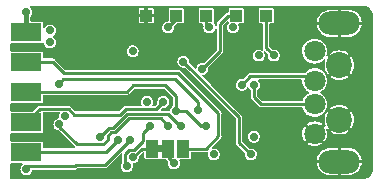
<source format=gbr>
G04 #@! TF.GenerationSoftware,KiCad,Pcbnew,6.0.11+dfsg-1*
G04 #@! TF.CreationDate,2023-04-16T09:36:04+08:00*
G04 #@! TF.ProjectId,stlink,73746c69-6e6b-42e6-9b69-6361645f7063,g*
G04 #@! TF.SameCoordinates,PX5c07920PY68e7780*
G04 #@! TF.FileFunction,Copper,L4,Bot*
G04 #@! TF.FilePolarity,Positive*
%FSLAX46Y46*%
G04 Gerber Fmt 4.6, Leading zero omitted, Abs format (unit mm)*
G04 Created by KiCad (PCBNEW 6.0.11+dfsg-1) date 2023-04-16 09:36:04*
%MOMM*%
%LPD*%
G01*
G04 APERTURE LIST*
G04 #@! TA.AperFunction,ComponentPad*
%ADD10C,1.800000*%
G04 #@! TD*
G04 #@! TA.AperFunction,ComponentPad*
%ADD11O,3.500000X2.000000*%
G04 #@! TD*
G04 #@! TA.AperFunction,ComponentPad*
%ADD12C,2.200000*%
G04 #@! TD*
G04 #@! TA.AperFunction,SMDPad,CuDef*
%ADD13R,2.540000X1.524000*%
G04 #@! TD*
G04 #@! TA.AperFunction,SMDPad,CuDef*
%ADD14R,1.000000X1.000000*%
G04 #@! TD*
G04 #@! TA.AperFunction,SMDPad,CuDef*
%ADD15R,1.000000X1.500000*%
G04 #@! TD*
G04 #@! TA.AperFunction,ViaPad*
%ADD16C,0.700000*%
G04 #@! TD*
G04 #@! TA.AperFunction,Conductor*
%ADD17C,0.381000*%
G04 #@! TD*
G04 #@! TA.AperFunction,Conductor*
%ADD18C,0.228600*%
G04 #@! TD*
G04 APERTURE END LIST*
G04 #@! TO.C,JP1*
G36*
X25550000Y14950000D02*
G01*
X25050000Y14950000D01*
X25050000Y15550000D01*
X25550000Y15550000D01*
X25550000Y14950000D01*
G37*
G04 #@! TD*
D10*
G04 #@! TO.P,J1,1,VBUS*
G04 #@! TO.N,VBUS*
X38400000Y23500000D03*
G04 #@! TO.P,J1,2,D-*
G04 #@! TO.N,D-*
X38400000Y21000000D03*
G04 #@! TO.P,J1,3,D+*
G04 #@! TO.N,D+*
X38400000Y19000000D03*
G04 #@! TO.P,J1,4,GND*
G04 #@! TO.N,GND*
X38400000Y16500000D03*
D11*
G04 #@! TO.P,J1,5,Shield*
X40500000Y14150000D03*
X40500000Y25850000D03*
D12*
X40500000Y17700000D03*
X40500000Y22300000D03*
G04 #@! TD*
D13*
G04 #@! TO.P,J2,1,Pin_1*
G04 #@! TO.N,+5V*
X14000000Y25080000D03*
G04 #@! TO.P,J2,3,Pin_3*
G04 #@! TO.N,T_PWR*
X14000000Y22540000D03*
G04 #@! TO.P,J2,5,Pin_5*
G04 #@! TO.N,T_CLK*
X14000000Y20000000D03*
G04 #@! TO.P,J2,7,Pin_7*
G04 #@! TO.N,T_SWO*
X14000000Y17460000D03*
G04 #@! TO.P,J2,9,Pin_9*
G04 #@! TO.N,T_TX*
X14000000Y14920000D03*
G04 #@! TD*
D14*
G04 #@! TO.P,TP3,1,1*
G04 #@! TO.N,CLK*
X29230000Y26500000D03*
G04 #@! TD*
G04 #@! TO.P,TP1,1,1*
G04 #@! TO.N,+3V3*
X34310000Y26500000D03*
G04 #@! TD*
G04 #@! TO.P,TP4,1,1*
G04 #@! TO.N,B0*
X26690000Y26500000D03*
G04 #@! TD*
G04 #@! TO.P,TP5,1,1*
G04 #@! TO.N,GND*
X24150000Y26500000D03*
G04 #@! TD*
G04 #@! TO.P,TP2,1,1*
G04 #@! TO.N,DIO*
X31770000Y26500000D03*
G04 #@! TD*
D15*
G04 #@! TO.P,JP1,1,A*
G04 #@! TO.N,+3V3*
X24650000Y15250000D03*
G04 #@! TO.P,JP1,2,C*
G04 #@! TO.N,Net-(JP1-Pad2)*
X25950000Y15250000D03*
G04 #@! TO.P,JP1,3,B*
G04 #@! TO.N,T_PWR*
X27250000Y15250000D03*
G04 #@! TD*
D16*
G04 #@! TO.N,GND*
X36850000Y25037000D03*
X42500000Y24000000D03*
X42500000Y20000000D03*
X38000000Y26000000D03*
X24900000Y19900000D03*
X42500000Y15800000D03*
X16600000Y16300000D03*
X18500000Y13250000D03*
X27325000Y13250000D03*
X26000000Y22250000D03*
X35427600Y20236400D03*
X33040000Y13480000D03*
X19250000Y18750000D03*
X23000000Y24750000D03*
X35699941Y24018606D03*
X24750000Y22250000D03*
X19250000Y22500000D03*
G04 #@! TO.N,+5V*
X13990000Y26815000D03*
X31500000Y25500000D03*
G04 #@! TO.N,+3V3*
X34945000Y23132000D03*
X17286622Y17999861D03*
X33250000Y16250000D03*
X16000000Y24250000D03*
X24200000Y19200000D03*
X23000000Y23500000D03*
X33675000Y23132000D03*
X23000000Y14500000D03*
X29865000Y14750000D03*
X16000000Y25250000D03*
G04 #@! TO.N,D-*
X32230000Y20640000D03*
G04 #@! TO.N,D+*
X33260000Y20640000D03*
G04 #@! TO.N,LED*
X20250000Y16250000D03*
X27100000Y17200000D03*
G04 #@! TO.N,T_DIO*
X16772402Y20750000D03*
X28500000Y18500000D03*
G04 #@! TO.N,T_CLK*
X29210000Y17145000D03*
X26670000Y18415000D03*
G04 #@! TO.N,CLK*
X29500000Y25500000D03*
G04 #@! TO.N,T_RX*
X22750000Y16000000D03*
X14000000Y13500000D03*
G04 #@! TO.N,T_TX*
X21750000Y16000000D03*
G04 #@! TO.N,T_RST*
X16800000Y17300000D03*
X26000000Y17200000D03*
G04 #@! TO.N,T_SWO*
X25600000Y19200000D03*
G04 #@! TO.N,DIO*
X28900000Y22000000D03*
G04 #@! TO.N,B0*
X26000000Y25500000D03*
G04 #@! TO.N,RENUM*
X33000000Y14750000D03*
X27300000Y22600000D03*
G04 #@! TO.N,Net-(R10-Pad1)*
X24500000Y17200000D03*
X22500000Y13750000D03*
G04 #@! TO.N,Net-(JP1-Pad2)*
X26500000Y14000000D03*
G04 #@! TD*
D17*
G04 #@! TO.N,+5V*
X14000000Y25080000D02*
X14000000Y26805000D01*
X14000000Y26805000D02*
X13990000Y26815000D01*
D18*
G04 #@! TO.N,+3V3*
X23750000Y15250000D02*
X23000000Y14500000D01*
X34310000Y26500000D02*
X34310000Y23767000D01*
X34310000Y23767000D02*
X34945000Y23132000D01*
X24650000Y15250000D02*
X23750000Y15250000D01*
G04 #@! TO.N,D-*
X32943739Y21366702D02*
X32943739Y21353739D01*
X32943739Y21353739D02*
X32230000Y20640000D01*
X38033298Y21366702D02*
X32943739Y21366702D01*
G04 #@! TO.N,D+*
X38400000Y19000000D02*
X33870000Y19000000D01*
X33870000Y19000000D02*
X33260000Y19610000D01*
X33260000Y19610000D02*
X33260000Y20640000D01*
G04 #@! TO.N,LED*
X20997713Y16997713D02*
X20250000Y16250000D01*
X25970849Y18197712D02*
X22558876Y18197711D01*
X21358881Y16997713D02*
X20997713Y16997713D01*
X22558876Y18197711D02*
X21358881Y16997713D01*
X26968561Y17200000D02*
X25970849Y18197712D01*
X27100000Y17200000D02*
X26968561Y17200000D01*
G04 #@! TO.N,T_DIO*
X28500000Y19198110D02*
X28500000Y18500000D01*
X17122401Y21099999D02*
X26598111Y21099999D01*
X16772402Y20750000D02*
X17122401Y21099999D01*
X26598111Y21099999D02*
X28500000Y19198110D01*
G04 #@! TO.N,T_CLK*
X25755000Y20600000D02*
X26670000Y19685000D01*
X27497718Y18415000D02*
X28767718Y17145000D01*
X26670000Y18415000D02*
X27497718Y18415000D01*
X23040000Y20600000D02*
X25755000Y20600000D01*
X26670000Y19685000D02*
X26670000Y18415000D01*
X14080000Y20080000D02*
X22520000Y20080000D01*
X22520000Y20080000D02*
X23040000Y20600000D01*
X28767718Y17145000D02*
X29210000Y17145000D01*
G04 #@! TO.N,CLK*
X29230000Y26500000D02*
X29230000Y25770000D01*
X29230000Y25770000D02*
X29500000Y25500000D01*
G04 #@! TO.N,T_RX*
X18072880Y13735598D02*
X14235598Y13735598D01*
X18203983Y13866701D02*
X18072880Y13735598D01*
X14235598Y13735598D02*
X14000000Y13500000D01*
X20616701Y13866701D02*
X18203983Y13866701D01*
X22750000Y16000000D02*
X20616701Y13866701D01*
G04 #@! TO.N,T_TX*
X21750000Y16000000D02*
X20750000Y15000000D01*
X20750000Y15000000D02*
X14080000Y15000000D01*
G04 #@! TO.N,T_RST*
X18300000Y15600000D02*
X16800000Y17100000D01*
X26000000Y17200000D02*
X25383299Y17816701D01*
X16800000Y17100000D02*
X16800000Y17300000D01*
X21516701Y16616702D02*
X21155530Y16616702D01*
X20866701Y15953983D02*
X20512718Y15600000D01*
X22716697Y17816701D02*
X21516701Y16616702D01*
X20866701Y16327873D02*
X20866701Y15953983D01*
X21155530Y16616702D02*
X20866701Y16327873D01*
X25383299Y17816701D02*
X22716697Y17816701D01*
X20512718Y15600000D02*
X18300000Y15600000D01*
G04 #@! TO.N,T_SWO*
X18065902Y18133299D02*
X17582639Y18616562D01*
X21955639Y18133299D02*
X18065902Y18133299D01*
X22401063Y18578723D02*
X21955639Y18133299D01*
X17582639Y18616562D02*
X15156562Y18616562D01*
X24978723Y18578723D02*
X22401063Y18578723D01*
X15156562Y18616562D02*
X14000000Y17460000D01*
X25600000Y19200000D02*
X24978723Y18578723D01*
G04 #@! TO.N,T_PWR*
X16220000Y22620000D02*
X17206701Y21633299D01*
X14080000Y22620000D02*
X16220000Y22620000D01*
X30250000Y16280000D02*
X29220000Y15250000D01*
X30250000Y18250000D02*
X30250000Y16280000D01*
X26866701Y21633299D02*
X30250000Y18250000D01*
X29220000Y15250000D02*
X27250000Y15250000D01*
X17206701Y21633299D02*
X26866701Y21633299D01*
G04 #@! TO.N,DIO*
X28900000Y22000000D02*
X30400000Y23500000D01*
X31100000Y26500000D02*
X31770000Y26500000D01*
X30400000Y25800000D02*
X31100000Y26500000D01*
X30400000Y23500000D02*
X30400000Y25800000D01*
G04 #@! TO.N,B0*
X26690000Y26500000D02*
X26690000Y26190000D01*
X26690000Y26190000D02*
X26000000Y25500000D01*
G04 #@! TO.N,RENUM*
X32000000Y17900000D02*
X32000000Y15750000D01*
X32000000Y15750000D02*
X33000000Y14750000D01*
X27300000Y22600000D02*
X32000000Y17900000D01*
G04 #@! TO.N,Net-(R10-Pad1)*
X24500000Y17200000D02*
X23883299Y16583299D01*
X23883299Y15922128D02*
X23077872Y15116701D01*
X22500000Y13750000D02*
X22500000Y14000000D01*
X23883299Y16583299D02*
X23883299Y15922128D01*
X22383299Y14796017D02*
X22383299Y14116701D01*
X22500000Y14000000D02*
X22383299Y14116701D01*
X22703983Y15116701D02*
X22383299Y14796017D01*
X23077872Y15116701D02*
X22703983Y15116701D01*
G04 #@! TO.N,Net-(JP1-Pad2)*
X25950000Y14550000D02*
X25950000Y15250000D01*
X26500000Y14000000D02*
X25950000Y14550000D01*
G04 #@! TD*
G04 #@! TA.AperFunction,Conductor*
G04 #@! TO.N,GND*
G36*
X42489430Y27344538D02*
G01*
X42500000Y27341706D01*
X42509562Y27344268D01*
X42519462Y27344268D01*
X42519462Y27343581D01*
X42528336Y27344309D01*
X42657892Y27331549D01*
X42672348Y27328673D01*
X42817083Y27284768D01*
X42830698Y27279129D01*
X42962284Y27208796D01*
X42964093Y27207829D01*
X42976351Y27199638D01*
X43093265Y27103688D01*
X43103688Y27093265D01*
X43199638Y26976351D01*
X43207828Y26964094D01*
X43275467Y26837551D01*
X43279128Y26830701D01*
X43284768Y26817083D01*
X43327418Y26676486D01*
X43328673Y26672349D01*
X43331549Y26657892D01*
X43344058Y26530890D01*
X43344309Y26528337D01*
X43343581Y26519462D01*
X43344268Y26519462D01*
X43344268Y26509562D01*
X43341706Y26500000D01*
X43344268Y26490439D01*
X43344538Y26489431D01*
X43347100Y26469968D01*
X43347100Y13530032D01*
X43344538Y13510570D01*
X43341706Y13500000D01*
X43344268Y13490438D01*
X43344268Y13480538D01*
X43343581Y13480538D01*
X43344309Y13471664D01*
X43331886Y13345530D01*
X43331549Y13342109D01*
X43328673Y13327652D01*
X43294771Y13215890D01*
X43284769Y13182919D01*
X43279129Y13169302D01*
X43212365Y13044393D01*
X43207829Y13035907D01*
X43199638Y13023649D01*
X43103688Y12906735D01*
X43093265Y12896312D01*
X42976351Y12800362D01*
X42964094Y12792172D01*
X42830698Y12720871D01*
X42817083Y12715232D01*
X42672349Y12671327D01*
X42657892Y12668451D01*
X42528336Y12655691D01*
X42519462Y12656419D01*
X42519462Y12655732D01*
X42509562Y12655732D01*
X42500000Y12658294D01*
X42489431Y12655462D01*
X42469968Y12652900D01*
X12728100Y12652900D01*
X12679762Y12670493D01*
X12654042Y12715042D01*
X12652900Y12728100D01*
X12652900Y13929900D01*
X12670493Y13978238D01*
X12715042Y14003958D01*
X12728100Y14005100D01*
X12746610Y14005100D01*
X13608344Y14005101D01*
X13656681Y13987508D01*
X13682401Y13942959D01*
X13673468Y13892301D01*
X13664708Y13880121D01*
X13578897Y13782959D01*
X13578895Y13782956D01*
X13575351Y13778943D01*
X13573075Y13774095D01*
X13517154Y13654988D01*
X13514129Y13648546D01*
X13513305Y13643256D01*
X13513305Y13643255D01*
X13506493Y13599501D01*
X13491967Y13506207D01*
X13492661Y13500900D01*
X13492661Y13500897D01*
X13500784Y13438780D01*
X13510645Y13363370D01*
X13568662Y13231516D01*
X13661354Y13121245D01*
X13781270Y13041423D01*
X13918769Y12998465D01*
X13992871Y12997107D01*
X14057436Y12995923D01*
X14057438Y12995923D01*
X14062798Y12995825D01*
X14067969Y12997235D01*
X14067971Y12997235D01*
X14147712Y13018975D01*
X14201779Y13033715D01*
X14281010Y13082363D01*
X14319970Y13106284D01*
X14319973Y13106286D01*
X14324539Y13109090D01*
X14421210Y13215890D01*
X14426795Y13227416D01*
X14481682Y13340704D01*
X14481682Y13340705D01*
X14484020Y13345530D01*
X14494139Y13405675D01*
X14519507Y13450423D01*
X14568296Y13468398D01*
X18039151Y13468398D01*
X18053822Y13466953D01*
X18072880Y13463162D01*
X18080144Y13464607D01*
X18169873Y13482456D01*
X18177137Y13483901D01*
X18243209Y13528049D01*
X18265521Y13542957D01*
X18276316Y13559113D01*
X18285668Y13570508D01*
X18292635Y13577475D01*
X18339255Y13599215D01*
X18345809Y13599501D01*
X20582972Y13599501D01*
X20597643Y13598056D01*
X20616701Y13594265D01*
X20623965Y13595710D01*
X20649634Y13600816D01*
X20691228Y13609090D01*
X20713694Y13613559D01*
X20720958Y13615004D01*
X20787030Y13659152D01*
X20809342Y13674060D01*
X20820137Y13690216D01*
X20829489Y13701611D01*
X21983934Y14856056D01*
X22030554Y14877796D01*
X22080241Y14864482D01*
X22109746Y14822345D01*
X22112276Y14803122D01*
X22110863Y14796017D01*
X22112308Y14788753D01*
X22114654Y14776959D01*
X22116099Y14762288D01*
X22116099Y14150430D01*
X22114654Y14135759D01*
X22110863Y14116701D01*
X22112308Y14109437D01*
X22112308Y14102029D01*
X22109409Y14102029D01*
X22103485Y14063576D01*
X22093926Y14049976D01*
X22087931Y14043187D01*
X22075351Y14028943D01*
X22063344Y14003370D01*
X22038732Y13950947D01*
X22014129Y13898546D01*
X22013305Y13893256D01*
X22013305Y13893255D01*
X22006139Y13847229D01*
X21991967Y13756207D01*
X21992661Y13750900D01*
X21992661Y13750897D01*
X21995732Y13727416D01*
X22010645Y13613370D01*
X22068662Y13481516D01*
X22072107Y13477418D01*
X22072108Y13477416D01*
X22125923Y13413396D01*
X22161354Y13371245D01*
X22281270Y13291423D01*
X22418769Y13248465D01*
X22492871Y13247107D01*
X22557436Y13245923D01*
X22557438Y13245923D01*
X22562798Y13245825D01*
X22567969Y13247235D01*
X22567971Y13247235D01*
X22643695Y13267880D01*
X22701779Y13283715D01*
X22796883Y13342109D01*
X22819970Y13356284D01*
X22819973Y13356286D01*
X22824539Y13359090D01*
X22921210Y13465890D01*
X22926795Y13477416D01*
X22981682Y13590704D01*
X22981682Y13590705D01*
X22984020Y13595530D01*
X23007919Y13737587D01*
X23008071Y13750000D01*
X23007183Y13756207D01*
X22988409Y13887291D01*
X22987649Y13892599D01*
X22985430Y13897479D01*
X22984806Y13899614D01*
X22988127Y13950947D01*
X23023666Y13988135D01*
X23052217Y13994531D01*
X23052126Y13995262D01*
X23057437Y13995923D01*
X23062798Y13995825D01*
X23067969Y13997235D01*
X23067971Y13997235D01*
X23152906Y14020391D01*
X23201779Y14033715D01*
X23270191Y14075720D01*
X23319970Y14106284D01*
X23319973Y14106286D01*
X23324539Y14109090D01*
X23421210Y14215890D01*
X23435714Y14245825D01*
X23481682Y14340704D01*
X23481682Y14340705D01*
X23484020Y14345530D01*
X23507919Y14487587D01*
X23508071Y14500000D01*
X23497094Y14576648D01*
X23507657Y14626992D01*
X23518360Y14640483D01*
X23838651Y14960774D01*
X23885271Y14982514D01*
X23891825Y14982800D01*
X23921901Y14982800D01*
X23970239Y14965207D01*
X23995959Y14920658D01*
X23997101Y14907600D01*
X23997101Y14484944D01*
X24005972Y14440342D01*
X24039766Y14389766D01*
X24045923Y14385652D01*
X24084183Y14360087D01*
X24084184Y14360086D01*
X24090342Y14355972D01*
X24134943Y14347100D01*
X24649930Y14347100D01*
X25165056Y14347101D01*
X25209658Y14355972D01*
X25258221Y14388421D01*
X25308187Y14400648D01*
X25341779Y14388421D01*
X25384183Y14360087D01*
X25384184Y14360086D01*
X25390342Y14355972D01*
X25434943Y14347100D01*
X25743874Y14347100D01*
X25792212Y14329507D01*
X25797048Y14325074D01*
X25981659Y14140463D01*
X26003399Y14093843D01*
X26002790Y14075720D01*
X26000881Y14063456D01*
X25991967Y14006207D01*
X25992661Y14000900D01*
X25992661Y14000897D01*
X25993498Y13994498D01*
X26010645Y13863370D01*
X26068662Y13731516D01*
X26072107Y13727418D01*
X26072108Y13727416D01*
X26098203Y13696372D01*
X26161354Y13621245D01*
X26281270Y13541423D01*
X26418769Y13498465D01*
X26492871Y13497107D01*
X26557436Y13495923D01*
X26557438Y13495923D01*
X26562798Y13495825D01*
X26567969Y13497235D01*
X26567971Y13497235D01*
X26651953Y13520131D01*
X26701779Y13533715D01*
X26794595Y13590704D01*
X26819970Y13606284D01*
X26819973Y13606286D01*
X26824539Y13609090D01*
X26921210Y13715890D01*
X26926795Y13727416D01*
X26981682Y13840704D01*
X26981682Y13840705D01*
X26984020Y13845530D01*
X27007919Y13987587D01*
X27007956Y13990611D01*
X38608016Y13990611D01*
X38631515Y13853851D01*
X38633290Y13847229D01*
X38704212Y13654988D01*
X38707169Y13648790D01*
X38811931Y13472699D01*
X38815969Y13467141D01*
X38951066Y13313092D01*
X38956051Y13308361D01*
X39116964Y13181508D01*
X39122719Y13177771D01*
X39304059Y13082363D01*
X39310391Y13079740D01*
X39506087Y13018975D01*
X39512797Y13017549D01*
X39679144Y12997861D01*
X39683565Y12997600D01*
X40334341Y12997600D01*
X40344498Y13001297D01*
X40347600Y13006669D01*
X40347600Y13010859D01*
X40652400Y13010859D01*
X40656097Y13000702D01*
X40661469Y12997600D01*
X41302015Y12997600D01*
X41305429Y12997756D01*
X41457475Y13011728D01*
X41464227Y13012979D01*
X41661436Y13068598D01*
X41667843Y13071057D01*
X41851614Y13161683D01*
X41857472Y13165273D01*
X42021646Y13287867D01*
X42026750Y13292463D01*
X42165839Y13442929D01*
X42170014Y13448369D01*
X42279358Y13621668D01*
X42282472Y13627782D01*
X42358398Y13818090D01*
X42360352Y13824685D01*
X42392159Y13984595D01*
X42390515Y13995279D01*
X42387900Y13997572D01*
X42387751Y13997600D01*
X40665659Y13997600D01*
X40655502Y13993903D01*
X40652400Y13988531D01*
X40652400Y13010859D01*
X40347600Y13010859D01*
X40347600Y13984341D01*
X40343903Y13994498D01*
X40338531Y13997600D01*
X38620074Y13997600D01*
X38609917Y13993903D01*
X38608016Y13990611D01*
X27007956Y13990611D01*
X27008071Y14000000D01*
X27007659Y14002880D01*
X26988409Y14137296D01*
X26988408Y14137300D01*
X26987649Y14142599D01*
X26984089Y14150430D01*
X26943011Y14240775D01*
X26939020Y14292060D01*
X26968927Y14333911D01*
X27011467Y14347100D01*
X27742920Y14347101D01*
X27765056Y14347101D01*
X27809658Y14355972D01*
X27860234Y14389766D01*
X27894028Y14440342D01*
X27902900Y14484943D01*
X27902900Y14907600D01*
X27920493Y14955938D01*
X27965042Y14981658D01*
X27978100Y14982800D01*
X29186271Y14982800D01*
X29200942Y14981355D01*
X29220000Y14977564D01*
X29227264Y14979009D01*
X29292643Y14992014D01*
X29343484Y14984189D01*
X29377401Y14945515D01*
X29379143Y14898575D01*
X29379129Y14898546D01*
X29356967Y14756207D01*
X29357661Y14750900D01*
X29357661Y14750897D01*
X29360712Y14727564D01*
X29375645Y14613370D01*
X29433662Y14481516D01*
X29437107Y14477418D01*
X29437108Y14477416D01*
X29462166Y14447606D01*
X29526354Y14371245D01*
X29569611Y14342451D01*
X29626293Y14304721D01*
X29646270Y14291423D01*
X29783769Y14248465D01*
X29857871Y14247107D01*
X29922436Y14245923D01*
X29922438Y14245923D01*
X29927798Y14245825D01*
X29932969Y14247235D01*
X29932971Y14247235D01*
X30008695Y14267880D01*
X30066779Y14283715D01*
X30134139Y14325074D01*
X30184970Y14356284D01*
X30184973Y14356286D01*
X30189539Y14359090D01*
X30286210Y14465890D01*
X30290777Y14475315D01*
X30346682Y14590704D01*
X30346682Y14590705D01*
X30349020Y14595530D01*
X30372919Y14737587D01*
X30373071Y14750000D01*
X30372659Y14752880D01*
X30353409Y14887296D01*
X30353408Y14887300D01*
X30352649Y14892599D01*
X30349160Y14900274D01*
X30300390Y15007537D01*
X30293026Y15023734D01*
X30288538Y15028943D01*
X30202487Y15128810D01*
X30202484Y15128813D01*
X30198993Y15132864D01*
X30194502Y15135775D01*
X30082604Y15208303D01*
X30082603Y15208303D01*
X30078111Y15211215D01*
X30001912Y15234003D01*
X29945232Y15250955D01*
X29945229Y15250955D01*
X29940098Y15252490D01*
X29934743Y15252523D01*
X29934741Y15252523D01*
X29868072Y15252930D01*
X29796047Y15253370D01*
X29790893Y15251897D01*
X29790827Y15251888D01*
X29740548Y15262757D01*
X29709019Y15303401D01*
X29710991Y15354803D01*
X29727444Y15379566D01*
X30415090Y16067212D01*
X30426486Y16076565D01*
X30436482Y16083244D01*
X30442641Y16087359D01*
X30501697Y16175743D01*
X30522436Y16280000D01*
X30518645Y16299058D01*
X30517200Y16313729D01*
X30517200Y18216275D01*
X30518645Y18230946D01*
X30520990Y18242735D01*
X30520990Y18242736D01*
X30522435Y18250000D01*
X30516138Y18281658D01*
X30503142Y18346993D01*
X30501697Y18354257D01*
X30487905Y18374899D01*
X30467617Y18405261D01*
X30446755Y18436484D01*
X30442641Y18442641D01*
X30426485Y18453436D01*
X30415090Y18462788D01*
X27079489Y21798389D01*
X27070136Y21809785D01*
X27063455Y21819784D01*
X27059342Y21825940D01*
X27037245Y21840704D01*
X27024449Y21849254D01*
X27024447Y21849255D01*
X27022111Y21850816D01*
X26970958Y21884996D01*
X26866701Y21905735D01*
X26859437Y21904290D01*
X26847643Y21901944D01*
X26832972Y21900499D01*
X17348527Y21900499D01*
X17300189Y21918092D01*
X17295353Y21922525D01*
X16611671Y22606207D01*
X26791967Y22606207D01*
X26792661Y22600900D01*
X26792661Y22600897D01*
X26793159Y22597091D01*
X26810645Y22463370D01*
X26868662Y22331516D01*
X26872107Y22327418D01*
X26872108Y22327416D01*
X26900544Y22293587D01*
X26961354Y22221245D01*
X27081270Y22141423D01*
X27218769Y22098465D01*
X27292871Y22097107D01*
X27357436Y22095923D01*
X27357438Y22095923D01*
X27362798Y22095825D01*
X27370024Y22097795D01*
X27370593Y22097950D01*
X27372463Y22097795D01*
X27373284Y22097897D01*
X27373305Y22097725D01*
X27421856Y22093692D01*
X27443549Y22078573D01*
X31710774Y17811348D01*
X31732514Y17764728D01*
X31732800Y17758174D01*
X31732800Y15783729D01*
X31731355Y15769058D01*
X31727564Y15750000D01*
X31729009Y15742736D01*
X31746683Y15653889D01*
X31748303Y15645743D01*
X31764672Y15621245D01*
X31807359Y15557359D01*
X31813518Y15553244D01*
X31823514Y15546565D01*
X31834910Y15537212D01*
X32481659Y14890463D01*
X32503399Y14843843D01*
X32502790Y14825720D01*
X32497389Y14791030D01*
X32491967Y14756207D01*
X32492661Y14750900D01*
X32492661Y14750897D01*
X32495712Y14727564D01*
X32510645Y14613370D01*
X32568662Y14481516D01*
X32572107Y14477418D01*
X32572108Y14477416D01*
X32597166Y14447606D01*
X32661354Y14371245D01*
X32704611Y14342451D01*
X32761293Y14304721D01*
X32781270Y14291423D01*
X32918769Y14248465D01*
X32992871Y14247107D01*
X33057436Y14245923D01*
X33057438Y14245923D01*
X33062798Y14245825D01*
X33067969Y14247235D01*
X33067971Y14247235D01*
X33143695Y14267880D01*
X33201779Y14283715D01*
X33253391Y14315405D01*
X38607841Y14315405D01*
X38609485Y14304721D01*
X38612100Y14302428D01*
X38612249Y14302400D01*
X40334341Y14302400D01*
X40344498Y14306097D01*
X40347600Y14311469D01*
X40347600Y14315659D01*
X40652400Y14315659D01*
X40656097Y14305502D01*
X40661469Y14302400D01*
X42379926Y14302400D01*
X42390083Y14306097D01*
X42391984Y14309389D01*
X42368485Y14446149D01*
X42366710Y14452771D01*
X42295788Y14645012D01*
X42292831Y14651210D01*
X42188069Y14827301D01*
X42184031Y14832859D01*
X42048934Y14986908D01*
X42043949Y14991639D01*
X41883036Y15118492D01*
X41877281Y15122229D01*
X41695941Y15217637D01*
X41689609Y15220260D01*
X41493913Y15281025D01*
X41487203Y15282451D01*
X41320856Y15302139D01*
X41316435Y15302400D01*
X40665659Y15302400D01*
X40655502Y15298703D01*
X40652400Y15293331D01*
X40652400Y14315659D01*
X40347600Y14315659D01*
X40347600Y15289141D01*
X40343903Y15299298D01*
X40338531Y15302400D01*
X39697985Y15302400D01*
X39694571Y15302244D01*
X39542525Y15288272D01*
X39535773Y15287021D01*
X39338564Y15231402D01*
X39332157Y15228943D01*
X39148386Y15138317D01*
X39142528Y15134727D01*
X38978354Y15012133D01*
X38973250Y15007537D01*
X38834161Y14857071D01*
X38829986Y14851631D01*
X38720642Y14678332D01*
X38717528Y14672218D01*
X38641602Y14481910D01*
X38639648Y14475315D01*
X38607841Y14315405D01*
X33253391Y14315405D01*
X33269139Y14325074D01*
X33319970Y14356284D01*
X33319973Y14356286D01*
X33324539Y14359090D01*
X33421210Y14465890D01*
X33425777Y14475315D01*
X33481682Y14590704D01*
X33481682Y14590705D01*
X33484020Y14595530D01*
X33507919Y14737587D01*
X33508071Y14750000D01*
X33507659Y14752880D01*
X33488409Y14887296D01*
X33488408Y14887300D01*
X33487649Y14892599D01*
X33484160Y14900274D01*
X33435390Y15007537D01*
X33428026Y15023734D01*
X33423538Y15028943D01*
X33337487Y15128810D01*
X33337484Y15128813D01*
X33333993Y15132864D01*
X33329502Y15135775D01*
X33217604Y15208303D01*
X33217603Y15208303D01*
X33213111Y15211215D01*
X33136912Y15234003D01*
X33080232Y15250955D01*
X33080229Y15250955D01*
X33075098Y15252490D01*
X33069743Y15252523D01*
X33069741Y15252523D01*
X33004524Y15252921D01*
X32931047Y15253370D01*
X32925895Y15251898D01*
X32920591Y15251171D01*
X32920255Y15253623D01*
X32878300Y15256601D01*
X32855784Y15272094D01*
X32473989Y15653889D01*
X37774646Y15653889D01*
X37775920Y15649135D01*
X37793681Y15634019D01*
X37799679Y15629850D01*
X37973423Y15532749D01*
X37980136Y15529816D01*
X38169421Y15468314D01*
X38176569Y15466742D01*
X38374196Y15443176D01*
X38381528Y15443023D01*
X38579964Y15458292D01*
X38587173Y15459563D01*
X38778870Y15513085D01*
X38785703Y15515736D01*
X38963347Y15605470D01*
X38969533Y15609395D01*
X39018335Y15647524D01*
X39024065Y15656693D01*
X39023457Y15661016D01*
X38409377Y16275097D01*
X38399578Y16279666D01*
X38393587Y16278061D01*
X37779215Y15663688D01*
X37774646Y15653889D01*
X32473989Y15653889D01*
X32289226Y15838652D01*
X32267486Y15885272D01*
X32267200Y15891826D01*
X32267200Y16256207D01*
X32741967Y16256207D01*
X32742661Y16250900D01*
X32742661Y16250897D01*
X32745654Y16228008D01*
X32760645Y16113370D01*
X32818662Y15981516D01*
X32911354Y15871245D01*
X33031270Y15791423D01*
X33168769Y15748465D01*
X33242871Y15747107D01*
X33307436Y15745923D01*
X33307438Y15745923D01*
X33312798Y15745825D01*
X33317969Y15747235D01*
X33317971Y15747235D01*
X33427900Y15777205D01*
X33451779Y15783715D01*
X33504871Y15816314D01*
X33569970Y15856284D01*
X33569973Y15856286D01*
X33574539Y15859090D01*
X33598548Y15885614D01*
X33667612Y15961915D01*
X33671210Y15965890D01*
X33676795Y15977416D01*
X33731682Y16090704D01*
X33731682Y16090705D01*
X33734020Y16095530D01*
X33757919Y16237587D01*
X33758071Y16250000D01*
X33757602Y16253276D01*
X33738409Y16387296D01*
X33738408Y16387300D01*
X33737649Y16392599D01*
X33724361Y16421826D01*
X33693450Y16489811D01*
X33683773Y16511094D01*
X37342919Y16511094D01*
X37359573Y16312769D01*
X37360895Y16305567D01*
X37415755Y16114247D01*
X37418451Y16107438D01*
X37509427Y15930420D01*
X37513393Y15924265D01*
X37547313Y15881468D01*
X37556522Y15875803D01*
X37560928Y15876454D01*
X38175097Y16490623D01*
X38179272Y16499578D01*
X38620334Y16499578D01*
X38621939Y16493587D01*
X39236668Y15878859D01*
X39246467Y15874290D01*
X39251317Y15875589D01*
X39261718Y15887640D01*
X39265943Y15893628D01*
X39364249Y16066678D01*
X39367229Y16073373D01*
X39430051Y16262220D01*
X39431674Y16269365D01*
X39456816Y16468384D01*
X39457109Y16472576D01*
X39457463Y16497901D01*
X39457287Y16502093D01*
X39437712Y16701734D01*
X39436288Y16708921D01*
X39435487Y16711575D01*
X39732331Y16711575D01*
X39733302Y16707950D01*
X39868718Y16613131D01*
X39874385Y16609859D01*
X40067039Y16520022D01*
X40073190Y16517783D01*
X40278521Y16462765D01*
X40284963Y16461629D01*
X40496731Y16443102D01*
X40503269Y16443102D01*
X40715037Y16461629D01*
X40721479Y16462765D01*
X40926810Y16517783D01*
X40932961Y16520022D01*
X41125615Y16609859D01*
X41131282Y16613131D01*
X41261615Y16704392D01*
X41267815Y16713245D01*
X41267488Y16716986D01*
X40509377Y17475097D01*
X40499578Y17479666D01*
X40493587Y17478061D01*
X39736900Y16721374D01*
X39732331Y16711575D01*
X39435487Y16711575D01*
X39392948Y16852473D01*
X39395820Y16903833D01*
X39431033Y16941331D01*
X39482111Y16947421D01*
X39508073Y16935807D01*
X39513246Y16932185D01*
X39516986Y16932512D01*
X40275097Y17690623D01*
X40279272Y17699578D01*
X40720334Y17699578D01*
X40721939Y17693587D01*
X41478626Y16936900D01*
X41488425Y16932331D01*
X41492050Y16933302D01*
X41586869Y17068718D01*
X41590141Y17074385D01*
X41679978Y17267039D01*
X41682217Y17273190D01*
X41737235Y17478521D01*
X41738371Y17484963D01*
X41756898Y17696731D01*
X41756898Y17703269D01*
X41738371Y17915037D01*
X41737235Y17921479D01*
X41682217Y18126810D01*
X41679978Y18132961D01*
X41590141Y18325615D01*
X41586869Y18331282D01*
X41495608Y18461615D01*
X41486755Y18467815D01*
X41483014Y18467488D01*
X40724903Y17709377D01*
X40720334Y17699578D01*
X40279272Y17699578D01*
X40279666Y17700422D01*
X40278061Y17706413D01*
X39521374Y18463100D01*
X39511575Y18467669D01*
X39507950Y18466698D01*
X39413131Y18331282D01*
X39409859Y18325615D01*
X39320022Y18132961D01*
X39317783Y18126810D01*
X39262765Y17921479D01*
X39261629Y17915037D01*
X39243102Y17703269D01*
X39243102Y17696731D01*
X39261629Y17484963D01*
X39262765Y17478521D01*
X39317783Y17273190D01*
X39320022Y17267039D01*
X39338022Y17228439D01*
X39342506Y17177195D01*
X39313001Y17135058D01*
X39263314Y17121744D01*
X39251014Y17125717D01*
X39239356Y17123829D01*
X38624903Y16509377D01*
X38620334Y16499578D01*
X38179272Y16499578D01*
X38179666Y16500422D01*
X38178061Y16506413D01*
X37564008Y17120465D01*
X37554209Y17125034D01*
X37549549Y17123786D01*
X37529813Y17100266D01*
X37525677Y17094225D01*
X37429796Y16919817D01*
X37426909Y16913081D01*
X37366730Y16723372D01*
X37365207Y16716207D01*
X37343022Y16518427D01*
X37342919Y16511094D01*
X33683773Y16511094D01*
X33678026Y16523734D01*
X33673538Y16528943D01*
X33587487Y16628810D01*
X33587484Y16628813D01*
X33583993Y16632864D01*
X33579502Y16635775D01*
X33467604Y16708303D01*
X33467603Y16708303D01*
X33463111Y16711215D01*
X33367450Y16739824D01*
X33330232Y16750955D01*
X33330229Y16750955D01*
X33325098Y16752490D01*
X33319743Y16752523D01*
X33319741Y16752523D01*
X33254524Y16752921D01*
X33181047Y16753370D01*
X33175897Y16751898D01*
X33175896Y16751898D01*
X33122085Y16736519D01*
X33042539Y16713785D01*
X33038013Y16710929D01*
X33038010Y16710928D01*
X32930933Y16643367D01*
X32920709Y16636916D01*
X32916529Y16632183D01*
X32828897Y16532959D01*
X32828895Y16532956D01*
X32825351Y16528943D01*
X32764129Y16398546D01*
X32763305Y16393256D01*
X32763305Y16393255D01*
X32756493Y16349502D01*
X32741967Y16256207D01*
X32267200Y16256207D01*
X32267200Y17343689D01*
X37775636Y17343689D01*
X37776331Y17339196D01*
X38390623Y16724903D01*
X38400422Y16720334D01*
X38406413Y16721939D01*
X39020181Y17335708D01*
X39024750Y17345507D01*
X39023526Y17350075D01*
X38994172Y17374360D01*
X38988113Y17378447D01*
X38813027Y17473115D01*
X38806283Y17475950D01*
X38616149Y17534806D01*
X38608982Y17536277D01*
X38411038Y17557082D01*
X38403725Y17557133D01*
X38205504Y17539094D01*
X38198318Y17537723D01*
X38007387Y17481529D01*
X38000600Y17478787D01*
X37824210Y17386573D01*
X37818093Y17382570D01*
X37781235Y17352935D01*
X37775636Y17343689D01*
X32267200Y17343689D01*
X32267200Y17866271D01*
X32268645Y17880942D01*
X32270991Y17892736D01*
X32272436Y17900000D01*
X32266848Y17928092D01*
X32253142Y17996994D01*
X32253141Y17996996D01*
X32251697Y18004256D01*
X32226176Y18042452D01*
X32192641Y18092641D01*
X32176485Y18103436D01*
X32165090Y18112788D01*
X29631671Y20646207D01*
X31721967Y20646207D01*
X31722661Y20640900D01*
X31722661Y20640897D01*
X31728594Y20595530D01*
X31740645Y20503370D01*
X31766488Y20444638D01*
X31790469Y20390137D01*
X31798662Y20371516D01*
X31802107Y20367418D01*
X31802108Y20367416D01*
X31831206Y20332800D01*
X31891354Y20261245D01*
X32011270Y20181423D01*
X32148769Y20138465D01*
X32222871Y20137107D01*
X32287436Y20135923D01*
X32287438Y20135923D01*
X32292798Y20135825D01*
X32297969Y20137235D01*
X32297971Y20137235D01*
X32424802Y20171813D01*
X32431779Y20173715D01*
X32497201Y20213884D01*
X32549970Y20246284D01*
X32549973Y20246286D01*
X32554539Y20249090D01*
X32566837Y20262676D01*
X32647612Y20351915D01*
X32651210Y20355890D01*
X32676850Y20408811D01*
X32713756Y20444638D01*
X32765061Y20448361D01*
X32806756Y20418235D01*
X32813352Y20406310D01*
X32828662Y20371516D01*
X32832107Y20367418D01*
X32832108Y20367416D01*
X32861206Y20332800D01*
X32921354Y20261245D01*
X32959269Y20236007D01*
X32989759Y20194577D01*
X32992800Y20173407D01*
X32992800Y19643729D01*
X32991355Y19629058D01*
X32987564Y19610000D01*
X33008303Y19505743D01*
X33029691Y19473734D01*
X33067359Y19417359D01*
X33083518Y19406562D01*
X33094913Y19397209D01*
X33657210Y18834913D01*
X33666562Y18823518D01*
X33677359Y18807359D01*
X33739852Y18765603D01*
X33765743Y18748303D01*
X33773005Y18746859D01*
X33773006Y18746858D01*
X33862735Y18729010D01*
X33870000Y18727565D01*
X33877264Y18729010D01*
X33877265Y18729010D01*
X33889054Y18731355D01*
X33903725Y18732800D01*
X37324572Y18732800D01*
X37372910Y18715207D01*
X37396859Y18678329D01*
X37416301Y18610526D01*
X37510685Y18426875D01*
X37638942Y18265055D01*
X37641736Y18262677D01*
X37641737Y18262676D01*
X37701381Y18211915D01*
X37796188Y18131228D01*
X37799389Y18129439D01*
X37799392Y18129437D01*
X37840067Y18106705D01*
X37976433Y18030493D01*
X37979934Y18029356D01*
X37979935Y18029355D01*
X37996139Y18024090D01*
X38172811Y17966686D01*
X38244999Y17958078D01*
X38374185Y17942673D01*
X38374187Y17942673D01*
X38377843Y17942237D01*
X38583719Y17958078D01*
X38724604Y17997414D01*
X38779052Y18012616D01*
X38779054Y18012617D01*
X38782597Y18013606D01*
X38939060Y18092641D01*
X38963618Y18105046D01*
X38963619Y18105047D01*
X38966902Y18106705D01*
X39129614Y18233830D01*
X39264535Y18390137D01*
X39290864Y18436484D01*
X39364711Y18566478D01*
X39364712Y18566479D01*
X39366527Y18569675D01*
X39405474Y18686755D01*
X39732185Y18686755D01*
X39732512Y18683014D01*
X40490623Y17924903D01*
X40500422Y17920334D01*
X40506413Y17921939D01*
X41263100Y18678626D01*
X41267669Y18688425D01*
X41266698Y18692050D01*
X41131282Y18786869D01*
X41125615Y18790141D01*
X40932961Y18879978D01*
X40926810Y18882217D01*
X40721479Y18937235D01*
X40715037Y18938371D01*
X40503269Y18956898D01*
X40496731Y18956898D01*
X40284963Y18938371D01*
X40278521Y18937235D01*
X40073190Y18882217D01*
X40067039Y18879978D01*
X39874385Y18790141D01*
X39868718Y18786869D01*
X39738385Y18695608D01*
X39732185Y18686755D01*
X39405474Y18686755D01*
X39431703Y18765603D01*
X39435267Y18793810D01*
X39457319Y18968370D01*
X39457583Y18970459D01*
X39457995Y19000000D01*
X39457790Y19002093D01*
X39438206Y19201832D01*
X39438205Y19201837D01*
X39437846Y19205499D01*
X39378165Y19403171D01*
X39281227Y19585485D01*
X39272368Y19596348D01*
X39153045Y19742651D01*
X39153044Y19742652D01*
X39150722Y19745499D01*
X38991623Y19877118D01*
X38973364Y19886991D01*
X38921728Y19914910D01*
X38886689Y19933856D01*
X38852538Y19972322D01*
X38851102Y20023742D01*
X38883053Y20064055D01*
X38888551Y20067127D01*
X38963618Y20105046D01*
X38963619Y20105047D01*
X38966902Y20106705D01*
X39129614Y20233830D01*
X39264535Y20390137D01*
X39310351Y20470788D01*
X39364711Y20566478D01*
X39364712Y20566479D01*
X39366527Y20569675D01*
X39431703Y20765603D01*
X39432342Y20770657D01*
X39451582Y20922959D01*
X39457583Y20970459D01*
X39457995Y21000000D01*
X39455753Y21022864D01*
X39438206Y21201832D01*
X39438205Y21201837D01*
X39437846Y21205499D01*
X39405820Y21311575D01*
X39732331Y21311575D01*
X39733302Y21307950D01*
X39868718Y21213131D01*
X39874385Y21209859D01*
X40067039Y21120022D01*
X40073190Y21117783D01*
X40278521Y21062765D01*
X40284963Y21061629D01*
X40496731Y21043102D01*
X40503269Y21043102D01*
X40715037Y21061629D01*
X40721479Y21062765D01*
X40926810Y21117783D01*
X40932961Y21120022D01*
X41125615Y21209859D01*
X41131282Y21213131D01*
X41261615Y21304392D01*
X41267815Y21313245D01*
X41267488Y21316986D01*
X40509377Y22075097D01*
X40499578Y22079666D01*
X40493587Y22078061D01*
X39736900Y21321374D01*
X39732331Y21311575D01*
X39405820Y21311575D01*
X39378165Y21403171D01*
X39281227Y21585485D01*
X39258733Y21613066D01*
X39153045Y21742651D01*
X39153044Y21742652D01*
X39150722Y21745499D01*
X38991623Y21877118D01*
X38984666Y21880880D01*
X38907645Y21922525D01*
X38809990Y21975327D01*
X38612739Y22036386D01*
X38484065Y22049910D01*
X38411041Y22057585D01*
X38411039Y22057585D01*
X38407386Y22057969D01*
X38201752Y22039255D01*
X38102710Y22010106D01*
X38007197Y21981995D01*
X38007194Y21981994D01*
X38003668Y21980956D01*
X38000411Y21979253D01*
X38000408Y21979252D01*
X37852533Y21901944D01*
X37820681Y21885292D01*
X37817815Y21882987D01*
X37817814Y21882987D01*
X37668509Y21762943D01*
X37659760Y21755909D01*
X37657398Y21753094D01*
X37579924Y21660764D01*
X37535375Y21635044D01*
X37522317Y21633902D01*
X32977464Y21633902D01*
X32962793Y21635347D01*
X32951004Y21637692D01*
X32951003Y21637692D01*
X32943739Y21639137D01*
X32917421Y21633902D01*
X32839483Y21618399D01*
X32751098Y21559343D01*
X32746984Y21553186D01*
X32714202Y21504123D01*
X32704849Y21492727D01*
X32374309Y21162187D01*
X32327689Y21140447D01*
X32310135Y21140983D01*
X32305098Y21142490D01*
X32299746Y21142523D01*
X32299744Y21142523D01*
X32232370Y21142934D01*
X32161047Y21143370D01*
X32155897Y21141898D01*
X32155896Y21141898D01*
X32150819Y21140447D01*
X32022539Y21103785D01*
X32018013Y21100929D01*
X32018010Y21100928D01*
X31905237Y21029773D01*
X31900709Y21026916D01*
X31896459Y21022104D01*
X31808897Y20922959D01*
X31808895Y20922956D01*
X31805351Y20918943D01*
X31800614Y20908853D01*
X31755460Y20812679D01*
X31744129Y20788546D01*
X31743305Y20783256D01*
X31743305Y20783255D01*
X31738290Y20751045D01*
X31721967Y20646207D01*
X29631671Y20646207D01*
X28910174Y21367704D01*
X28888434Y21414324D01*
X28901748Y21464011D01*
X28943885Y21493516D01*
X28954054Y21495501D01*
X28957444Y21495923D01*
X28962798Y21495825D01*
X28967961Y21497233D01*
X28967964Y21497233D01*
X29051745Y21520074D01*
X29101779Y21533715D01*
X29186095Y21585485D01*
X29219970Y21606284D01*
X29219973Y21606286D01*
X29224539Y21609090D01*
X29229240Y21614283D01*
X29317612Y21711915D01*
X29321210Y21715890D01*
X29325918Y21725606D01*
X29381682Y21840704D01*
X29381682Y21840705D01*
X29384020Y21845530D01*
X29407919Y21987587D01*
X29408071Y22000000D01*
X29407183Y22006207D01*
X29397094Y22076647D01*
X29407657Y22126991D01*
X29418360Y22140482D01*
X30416085Y23138207D01*
X33166967Y23138207D01*
X33167661Y23132900D01*
X33167661Y23132897D01*
X33171715Y23101898D01*
X33185645Y22995370D01*
X33216338Y22925615D01*
X33241314Y22868853D01*
X33243662Y22863516D01*
X33247107Y22859418D01*
X33247108Y22859416D01*
X33286427Y22812641D01*
X33336354Y22753245D01*
X33456270Y22673423D01*
X33593769Y22630465D01*
X33667871Y22629107D01*
X33732436Y22627923D01*
X33732438Y22627923D01*
X33737798Y22627825D01*
X33742969Y22629235D01*
X33742971Y22629235D01*
X33818695Y22649880D01*
X33876779Y22665715D01*
X33929871Y22698314D01*
X33994970Y22738284D01*
X33994973Y22738286D01*
X33999539Y22741090D01*
X34096210Y22847890D01*
X34101795Y22859416D01*
X34156682Y22972704D01*
X34156682Y22972705D01*
X34159020Y22977530D01*
X34182919Y23119587D01*
X34183071Y23132000D01*
X34182659Y23134880D01*
X34163409Y23269296D01*
X34163408Y23269300D01*
X34162649Y23274599D01*
X34156915Y23287212D01*
X34116005Y23377188D01*
X34112014Y23428473D01*
X34141922Y23470325D01*
X34191734Y23483160D01*
X34237635Y23461487D01*
X34426659Y23272463D01*
X34448399Y23225843D01*
X34447790Y23207720D01*
X34436967Y23138207D01*
X34437661Y23132900D01*
X34437661Y23132897D01*
X34441715Y23101898D01*
X34455645Y22995370D01*
X34486338Y22925615D01*
X34511314Y22868853D01*
X34513662Y22863516D01*
X34517107Y22859418D01*
X34517108Y22859416D01*
X34556427Y22812641D01*
X34606354Y22753245D01*
X34726270Y22673423D01*
X34863769Y22630465D01*
X34937871Y22629107D01*
X35002436Y22627923D01*
X35002438Y22627923D01*
X35007798Y22627825D01*
X35012969Y22629235D01*
X35012971Y22629235D01*
X35088695Y22649880D01*
X35146779Y22665715D01*
X35199871Y22698314D01*
X35264970Y22738284D01*
X35264973Y22738286D01*
X35269539Y22741090D01*
X35366210Y22847890D01*
X35371795Y22859416D01*
X35426682Y22972704D01*
X35426682Y22972705D01*
X35429020Y22977530D01*
X35452919Y23119587D01*
X35453071Y23132000D01*
X35452659Y23134880D01*
X35433409Y23269296D01*
X35433408Y23269300D01*
X35432649Y23274599D01*
X35426915Y23287212D01*
X35380368Y23389585D01*
X35373026Y23405734D01*
X35368538Y23410943D01*
X35282487Y23510810D01*
X35282484Y23510813D01*
X35279072Y23514772D01*
X37342108Y23514772D01*
X37342416Y23511104D01*
X37342416Y23511101D01*
X37359008Y23313516D01*
X37359386Y23309012D01*
X37384705Y23220715D01*
X37412868Y23122500D01*
X37416301Y23110526D01*
X37510685Y22926875D01*
X37638942Y22765055D01*
X37641736Y22762677D01*
X37641737Y22762676D01*
X37743119Y22676393D01*
X37796188Y22631228D01*
X37799389Y22629439D01*
X37799392Y22629437D01*
X37874275Y22587587D01*
X37976433Y22530493D01*
X37979934Y22529356D01*
X37979935Y22529355D01*
X38004175Y22521479D01*
X38172811Y22466686D01*
X38244999Y22458078D01*
X38374185Y22442673D01*
X38374187Y22442673D01*
X38377843Y22442237D01*
X38583719Y22458078D01*
X38740664Y22501898D01*
X38779052Y22512616D01*
X38779054Y22512617D01*
X38782597Y22513606D01*
X38929055Y22587587D01*
X38963618Y22605046D01*
X38963619Y22605047D01*
X38966902Y22606705D01*
X39129614Y22733830D01*
X39191667Y22805719D01*
X39236570Y22830815D01*
X39287099Y22821176D01*
X39319610Y22781313D01*
X39319257Y22730859D01*
X39317783Y22726810D01*
X39262765Y22521479D01*
X39261629Y22515037D01*
X39243102Y22303269D01*
X39243102Y22296731D01*
X39261629Y22084963D01*
X39262765Y22078521D01*
X39317783Y21873190D01*
X39320022Y21867039D01*
X39409859Y21674385D01*
X39413131Y21668718D01*
X39504392Y21538385D01*
X39513245Y21532185D01*
X39516986Y21532512D01*
X40275097Y22290623D01*
X40279272Y22299578D01*
X40720334Y22299578D01*
X40721939Y22293587D01*
X41478626Y21536900D01*
X41488425Y21532331D01*
X41492050Y21533302D01*
X41586869Y21668718D01*
X41590141Y21674385D01*
X41679978Y21867039D01*
X41682217Y21873190D01*
X41737235Y22078521D01*
X41738371Y22084963D01*
X41756898Y22296731D01*
X41756898Y22303269D01*
X41738371Y22515037D01*
X41737235Y22521479D01*
X41682217Y22726810D01*
X41679978Y22732961D01*
X41590141Y22925615D01*
X41586869Y22931282D01*
X41495608Y23061615D01*
X41486755Y23067815D01*
X41483014Y23067488D01*
X40724903Y22309377D01*
X40720334Y22299578D01*
X40279272Y22299578D01*
X40279666Y22300422D01*
X40278061Y22306413D01*
X39521374Y23063100D01*
X39511575Y23067669D01*
X39488328Y23061440D01*
X39487753Y23063587D01*
X39472929Y23056674D01*
X39423242Y23069988D01*
X39393737Y23112125D01*
X39395019Y23155324D01*
X39430543Y23262114D01*
X39430544Y23262120D01*
X39431703Y23265603D01*
X39432840Y23274599D01*
X39434376Y23286755D01*
X39732185Y23286755D01*
X39732512Y23283014D01*
X40490623Y22524903D01*
X40500422Y22520334D01*
X40506413Y22521939D01*
X41263100Y23278626D01*
X41267669Y23288425D01*
X41266698Y23292050D01*
X41131282Y23386869D01*
X41125615Y23390141D01*
X40932961Y23479978D01*
X40926810Y23482217D01*
X40721479Y23537235D01*
X40715037Y23538371D01*
X40503269Y23556898D01*
X40496731Y23556898D01*
X40284963Y23538371D01*
X40278521Y23537235D01*
X40073190Y23482217D01*
X40067039Y23479978D01*
X39874385Y23390141D01*
X39868718Y23386869D01*
X39738385Y23295608D01*
X39732185Y23286755D01*
X39434376Y23286755D01*
X39455617Y23454900D01*
X39457583Y23470459D01*
X39457894Y23492735D01*
X39457966Y23497901D01*
X39457966Y23497906D01*
X39457995Y23500000D01*
X39457713Y23502880D01*
X39438206Y23701832D01*
X39438205Y23701837D01*
X39437846Y23705499D01*
X39378165Y23903171D01*
X39281227Y24085485D01*
X39277627Y24089900D01*
X39153045Y24242651D01*
X39153044Y24242652D01*
X39150722Y24245499D01*
X38991623Y24377118D01*
X38972800Y24387296D01*
X38932740Y24408956D01*
X38809990Y24475327D01*
X38612739Y24536386D01*
X38484065Y24549910D01*
X38411041Y24557585D01*
X38411039Y24557585D01*
X38407386Y24557969D01*
X38201752Y24539255D01*
X38132432Y24518853D01*
X38007197Y24481995D01*
X38007194Y24481994D01*
X38003668Y24480956D01*
X38000411Y24479253D01*
X38000408Y24479252D01*
X37824514Y24387296D01*
X37820681Y24385292D01*
X37817815Y24382987D01*
X37817814Y24382987D01*
X37810515Y24377118D01*
X37659760Y24255909D01*
X37657398Y24253094D01*
X37561023Y24138238D01*
X37527034Y24097732D01*
X37427559Y23916789D01*
X37365125Y23719970D01*
X37342108Y23514772D01*
X35279072Y23514772D01*
X35278993Y23514864D01*
X35273485Y23518434D01*
X35162604Y23590303D01*
X35162603Y23590303D01*
X35158111Y23593215D01*
X35081912Y23616003D01*
X35025232Y23632955D01*
X35025229Y23632955D01*
X35020098Y23634490D01*
X35014743Y23634523D01*
X35014741Y23634523D01*
X34949524Y23634921D01*
X34876047Y23635370D01*
X34870895Y23633898D01*
X34865591Y23633171D01*
X34865255Y23635623D01*
X34823300Y23638601D01*
X34800784Y23654094D01*
X34599226Y23855652D01*
X34577486Y23902272D01*
X34577200Y23908826D01*
X34577200Y25690611D01*
X38608016Y25690611D01*
X38631515Y25553851D01*
X38633290Y25547229D01*
X38704212Y25354988D01*
X38707169Y25348790D01*
X38811931Y25172699D01*
X38815969Y25167141D01*
X38951066Y25013092D01*
X38956051Y25008361D01*
X39116964Y24881508D01*
X39122719Y24877771D01*
X39304059Y24782363D01*
X39310391Y24779740D01*
X39506087Y24718975D01*
X39512797Y24717549D01*
X39679144Y24697861D01*
X39683565Y24697600D01*
X40334341Y24697600D01*
X40344498Y24701297D01*
X40347600Y24706669D01*
X40347600Y24710859D01*
X40652400Y24710859D01*
X40656097Y24700702D01*
X40661469Y24697600D01*
X41302015Y24697600D01*
X41305429Y24697756D01*
X41457475Y24711728D01*
X41464227Y24712979D01*
X41661436Y24768598D01*
X41667843Y24771057D01*
X41851614Y24861683D01*
X41857472Y24865273D01*
X42021646Y24987867D01*
X42026750Y24992463D01*
X42165839Y25142929D01*
X42170014Y25148369D01*
X42279358Y25321668D01*
X42282472Y25327782D01*
X42358398Y25518090D01*
X42360352Y25524685D01*
X42392159Y25684595D01*
X42390515Y25695279D01*
X42387900Y25697572D01*
X42387751Y25697600D01*
X40665659Y25697600D01*
X40655502Y25693903D01*
X40652400Y25688531D01*
X40652400Y24710859D01*
X40347600Y24710859D01*
X40347600Y25684341D01*
X40343903Y25694498D01*
X40338531Y25697600D01*
X38620074Y25697600D01*
X38609917Y25693903D01*
X38608016Y25690611D01*
X34577200Y25690611D01*
X34577200Y25771901D01*
X34594793Y25820239D01*
X34639342Y25845959D01*
X34652400Y25847101D01*
X34825056Y25847101D01*
X34869658Y25855972D01*
X34920234Y25889766D01*
X34954028Y25940342D01*
X34962900Y25984943D01*
X34962900Y26015405D01*
X38607841Y26015405D01*
X38609485Y26004721D01*
X38612100Y26002428D01*
X38612249Y26002400D01*
X40334341Y26002400D01*
X40344498Y26006097D01*
X40347600Y26011469D01*
X40347600Y26015659D01*
X40652400Y26015659D01*
X40656097Y26005502D01*
X40661469Y26002400D01*
X42379926Y26002400D01*
X42390083Y26006097D01*
X42391984Y26009389D01*
X42368485Y26146149D01*
X42366710Y26152771D01*
X42295788Y26345012D01*
X42292831Y26351210D01*
X42188069Y26527301D01*
X42184031Y26532859D01*
X42048934Y26686908D01*
X42043949Y26691639D01*
X41883036Y26818492D01*
X41877281Y26822229D01*
X41695941Y26917637D01*
X41689609Y26920260D01*
X41493913Y26981025D01*
X41487203Y26982451D01*
X41320856Y27002139D01*
X41316435Y27002400D01*
X40665659Y27002400D01*
X40655502Y26998703D01*
X40652400Y26993331D01*
X40652400Y26015659D01*
X40347600Y26015659D01*
X40347600Y26989141D01*
X40343903Y26999298D01*
X40338531Y27002400D01*
X39697985Y27002400D01*
X39694571Y27002244D01*
X39542525Y26988272D01*
X39535773Y26987021D01*
X39338564Y26931402D01*
X39332157Y26928943D01*
X39148386Y26838317D01*
X39142528Y26834727D01*
X38978354Y26712133D01*
X38973250Y26707537D01*
X38834161Y26557071D01*
X38829986Y26551631D01*
X38720642Y26378332D01*
X38717528Y26372218D01*
X38641602Y26181910D01*
X38639648Y26175315D01*
X38607841Y26015405D01*
X34962900Y26015405D01*
X34962899Y27015056D01*
X34954028Y27059658D01*
X34920234Y27110234D01*
X34876972Y27139141D01*
X34875817Y27139913D01*
X34875816Y27139914D01*
X34869658Y27144028D01*
X34843165Y27149298D01*
X34828682Y27152179D01*
X34828681Y27152179D01*
X34825057Y27152900D01*
X34310070Y27152900D01*
X33794944Y27152899D01*
X33750342Y27144028D01*
X33699766Y27110234D01*
X33695652Y27104077D01*
X33682139Y27083853D01*
X33665972Y27059658D01*
X33657100Y27015057D01*
X33657101Y25984944D01*
X33665972Y25940342D01*
X33699766Y25889766D01*
X33705923Y25885652D01*
X33744183Y25860087D01*
X33744184Y25860086D01*
X33750342Y25855972D01*
X33757606Y25854527D01*
X33788805Y25848321D01*
X33794943Y25847100D01*
X33967600Y25847100D01*
X34015938Y25829507D01*
X34041658Y25784958D01*
X34042800Y25771900D01*
X34042800Y23800729D01*
X34041355Y23786058D01*
X34037564Y23767000D01*
X34058303Y23662743D01*
X34067637Y23648774D01*
X34079864Y23598812D01*
X34057115Y23552676D01*
X34010033Y23531957D01*
X33964210Y23543892D01*
X33892608Y23590301D01*
X33892604Y23590303D01*
X33888111Y23593215D01*
X33811912Y23616003D01*
X33755232Y23632955D01*
X33755229Y23632955D01*
X33750098Y23634490D01*
X33744743Y23634523D01*
X33744741Y23634523D01*
X33679524Y23634921D01*
X33606047Y23635370D01*
X33600897Y23633898D01*
X33600896Y23633898D01*
X33562075Y23622803D01*
X33467539Y23595785D01*
X33463013Y23592929D01*
X33463010Y23592928D01*
X33376543Y23538371D01*
X33345709Y23518916D01*
X33342049Y23514772D01*
X33253897Y23414959D01*
X33253895Y23414956D01*
X33250351Y23410943D01*
X33238696Y23386119D01*
X33196201Y23295608D01*
X33189129Y23280546D01*
X33188305Y23275256D01*
X33188305Y23275255D01*
X33182259Y23236420D01*
X33166967Y23138207D01*
X30416085Y23138207D01*
X30565090Y23287212D01*
X30576486Y23296565D01*
X30586485Y23303246D01*
X30592641Y23307359D01*
X30645268Y23386122D01*
X30651697Y23395743D01*
X30654721Y23410943D01*
X30670990Y23492735D01*
X30672435Y23500000D01*
X30668645Y23519054D01*
X30667200Y23533725D01*
X30667200Y25658174D01*
X30684793Y25706512D01*
X30689226Y25711348D01*
X30992023Y26014145D01*
X31038643Y26035885D01*
X31088330Y26022571D01*
X31118951Y25975642D01*
X31125972Y25940342D01*
X31133389Y25929241D01*
X31145616Y25879277D01*
X31127228Y25837683D01*
X31078897Y25782959D01*
X31078895Y25782955D01*
X31075351Y25778943D01*
X31067742Y25762736D01*
X31023550Y25668611D01*
X31014129Y25648546D01*
X31013305Y25643256D01*
X31013305Y25643255D01*
X31011693Y25632903D01*
X30991967Y25506207D01*
X30992661Y25500900D01*
X30992661Y25500897D01*
X30993159Y25497091D01*
X31010645Y25363370D01*
X31068662Y25231516D01*
X31161354Y25121245D01*
X31281270Y25041423D01*
X31418769Y24998465D01*
X31492871Y24997107D01*
X31557436Y24995923D01*
X31557438Y24995923D01*
X31562798Y24995825D01*
X31567969Y24997235D01*
X31567971Y24997235D01*
X31685302Y25029223D01*
X31701779Y25033715D01*
X31794595Y25090704D01*
X31819970Y25106284D01*
X31819973Y25106286D01*
X31824539Y25109090D01*
X31921210Y25215890D01*
X31926795Y25227416D01*
X31981682Y25340704D01*
X31981682Y25340705D01*
X31984020Y25345530D01*
X32007919Y25487587D01*
X32008071Y25500000D01*
X32007659Y25502880D01*
X31988409Y25637296D01*
X31988408Y25637300D01*
X31987649Y25642599D01*
X31979927Y25659584D01*
X31943011Y25740776D01*
X31939020Y25792061D01*
X31968928Y25833913D01*
X32011467Y25847101D01*
X32285056Y25847101D01*
X32329658Y25855972D01*
X32380234Y25889766D01*
X32414028Y25940342D01*
X32422900Y25984943D01*
X32422899Y27015056D01*
X32414028Y27059658D01*
X32380234Y27110234D01*
X32336972Y27139141D01*
X32335817Y27139913D01*
X32335816Y27139914D01*
X32329658Y27144028D01*
X32303165Y27149298D01*
X32288682Y27152179D01*
X32288681Y27152179D01*
X32285057Y27152900D01*
X31770070Y27152900D01*
X31254944Y27152899D01*
X31210342Y27144028D01*
X31159766Y27110234D01*
X31155652Y27104077D01*
X31142139Y27083853D01*
X31125972Y27059658D01*
X31117100Y27015057D01*
X31117100Y26837551D01*
X31099507Y26789213D01*
X31056572Y26763797D01*
X30995744Y26751697D01*
X30907359Y26692641D01*
X30903246Y26686485D01*
X30896565Y26676486D01*
X30887212Y26665090D01*
X30234910Y26012788D01*
X30223515Y26003436D01*
X30207359Y25992641D01*
X30203245Y25986484D01*
X30203244Y25986483D01*
X30192452Y25970331D01*
X30192451Y25970329D01*
X30168300Y25934184D01*
X30148303Y25904257D01*
X30127564Y25800000D01*
X30129009Y25792736D01*
X30131355Y25780942D01*
X30132800Y25766271D01*
X30132800Y25668611D01*
X30115207Y25620273D01*
X30070658Y25594553D01*
X30020000Y25603486D01*
X29988849Y25643144D01*
X29987649Y25642599D01*
X29975822Y25668611D01*
X29928026Y25773734D01*
X29884552Y25824188D01*
X29872238Y25838479D01*
X29854013Y25886583D01*
X29866680Y25929345D01*
X29869912Y25934182D01*
X29874028Y25940342D01*
X29882900Y25984943D01*
X29882899Y27015056D01*
X29874028Y27059658D01*
X29840234Y27110234D01*
X29796972Y27139141D01*
X29795817Y27139913D01*
X29795816Y27139914D01*
X29789658Y27144028D01*
X29763165Y27149298D01*
X29748682Y27152179D01*
X29748681Y27152179D01*
X29745057Y27152900D01*
X29230070Y27152900D01*
X28714944Y27152899D01*
X28670342Y27144028D01*
X28619766Y27110234D01*
X28615652Y27104077D01*
X28602139Y27083853D01*
X28585972Y27059658D01*
X28577100Y27015057D01*
X28577101Y25984944D01*
X28585972Y25940342D01*
X28619766Y25889766D01*
X28625923Y25885652D01*
X28664183Y25860087D01*
X28664184Y25860086D01*
X28670342Y25855972D01*
X28677606Y25854527D01*
X28708805Y25848321D01*
X28714943Y25847100D01*
X28883809Y25847100D01*
X28932147Y25829507D01*
X28957867Y25784958D01*
X28958683Y25775626D01*
X28957564Y25770000D01*
X28978303Y25665743D01*
X28982417Y25659586D01*
X28982418Y25659584D01*
X28993241Y25643387D01*
X29005019Y25590039D01*
X28991967Y25506207D01*
X28992661Y25500900D01*
X28992661Y25500897D01*
X28993159Y25497091D01*
X29010645Y25363370D01*
X29068662Y25231516D01*
X29161354Y25121245D01*
X29281270Y25041423D01*
X29418769Y24998465D01*
X29492871Y24997107D01*
X29557436Y24995923D01*
X29557438Y24995923D01*
X29562798Y24995825D01*
X29567969Y24997235D01*
X29567971Y24997235D01*
X29685302Y25029223D01*
X29701779Y25033715D01*
X29794595Y25090704D01*
X29819970Y25106284D01*
X29819973Y25106286D01*
X29824539Y25109090D01*
X29921210Y25215890D01*
X29926795Y25227416D01*
X29981685Y25340710D01*
X29981686Y25340712D01*
X29984020Y25345530D01*
X29984908Y25350809D01*
X29985961Y25354108D01*
X30017419Y25394808D01*
X30067678Y25405765D01*
X30113222Y25381852D01*
X30132800Y25331243D01*
X30132800Y23641826D01*
X30115207Y23593488D01*
X30110774Y23588652D01*
X29044309Y22522187D01*
X28997689Y22500447D01*
X28980135Y22500983D01*
X28975098Y22502490D01*
X28969746Y22502523D01*
X28969744Y22502523D01*
X28902370Y22502934D01*
X28831047Y22503370D01*
X28825897Y22501898D01*
X28825896Y22501898D01*
X28820819Y22500447D01*
X28692539Y22463785D01*
X28688013Y22460929D01*
X28688010Y22460928D01*
X28658387Y22442237D01*
X28570709Y22386916D01*
X28567164Y22382903D01*
X28567165Y22382903D01*
X28478897Y22282959D01*
X28478895Y22282956D01*
X28475351Y22278943D01*
X28414129Y22148546D01*
X28399967Y22057585D01*
X28398540Y22048422D01*
X28373719Y22003366D01*
X28325745Y21984806D01*
X28277064Y22001426D01*
X28271061Y22006817D01*
X27818396Y22459482D01*
X27796656Y22506102D01*
X27797412Y22525132D01*
X27807919Y22587587D01*
X27808071Y22600000D01*
X27807659Y22602880D01*
X27788409Y22737296D01*
X27788408Y22737300D01*
X27787649Y22742599D01*
X27776131Y22767933D01*
X27732672Y22863516D01*
X27728026Y22873734D01*
X27723538Y22878943D01*
X27637487Y22978810D01*
X27637484Y22978813D01*
X27633993Y22982864D01*
X27629502Y22985775D01*
X27517604Y23058303D01*
X27517603Y23058303D01*
X27513111Y23061215D01*
X27436912Y23084003D01*
X27380232Y23100955D01*
X27380229Y23100955D01*
X27375098Y23102490D01*
X27369743Y23102523D01*
X27369741Y23102523D01*
X27304524Y23102921D01*
X27231047Y23103370D01*
X27225897Y23101898D01*
X27225896Y23101898D01*
X27161793Y23083577D01*
X27092539Y23063785D01*
X27088013Y23060929D01*
X27088010Y23060928D01*
X26984984Y22995923D01*
X26970709Y22986916D01*
X26953732Y22967693D01*
X26878897Y22882959D01*
X26878895Y22882956D01*
X26875351Y22878943D01*
X26860401Y22847100D01*
X26818261Y22757346D01*
X26814129Y22748546D01*
X26791967Y22606207D01*
X16611671Y22606207D01*
X16432788Y22785090D01*
X16423435Y22796486D01*
X16416756Y22806482D01*
X16412641Y22812641D01*
X16361069Y22847100D01*
X16324257Y22871697D01*
X16316995Y22873142D01*
X16316994Y22873142D01*
X16227264Y22890991D01*
X16220000Y22892436D01*
X16212736Y22890991D01*
X16200942Y22888645D01*
X16186271Y22887200D01*
X15498099Y22887200D01*
X15449761Y22904793D01*
X15424041Y22949342D01*
X15422899Y22962400D01*
X15422899Y23317056D01*
X15414028Y23361658D01*
X15380234Y23412234D01*
X15355931Y23428473D01*
X15335817Y23441913D01*
X15335816Y23441914D01*
X15329658Y23446028D01*
X15285057Y23454900D01*
X14721377Y23454900D01*
X12728100Y23454899D01*
X12679762Y23472492D01*
X12660297Y23506207D01*
X22491967Y23506207D01*
X22492661Y23500900D01*
X22492661Y23500897D01*
X22496659Y23470325D01*
X22510645Y23363370D01*
X22568662Y23231516D01*
X22572107Y23227418D01*
X22572108Y23227416D01*
X22625923Y23163396D01*
X22661354Y23121245D01*
X22690419Y23101898D01*
X22758359Y23056674D01*
X22781270Y23041423D01*
X22918769Y22998465D01*
X22992871Y22997107D01*
X23057436Y22995923D01*
X23057438Y22995923D01*
X23062798Y22995825D01*
X23067969Y22997235D01*
X23067971Y22997235D01*
X23143695Y23017880D01*
X23201779Y23033715D01*
X23257316Y23067815D01*
X23319970Y23106284D01*
X23319973Y23106286D01*
X23324539Y23109090D01*
X23329040Y23114062D01*
X23417612Y23211915D01*
X23421210Y23215890D01*
X23426795Y23227416D01*
X23481682Y23340704D01*
X23481682Y23340705D01*
X23484020Y23345530D01*
X23507919Y23487587D01*
X23508071Y23500000D01*
X23507659Y23502880D01*
X23488409Y23637296D01*
X23488408Y23637300D01*
X23487649Y23642599D01*
X23475188Y23670007D01*
X23440074Y23747235D01*
X23428026Y23773734D01*
X23420640Y23782306D01*
X23337487Y23878810D01*
X23337484Y23878813D01*
X23333993Y23882864D01*
X23329502Y23885775D01*
X23217604Y23958303D01*
X23217603Y23958303D01*
X23213111Y23961215D01*
X23128832Y23986420D01*
X23080232Y24000955D01*
X23080229Y24000955D01*
X23075098Y24002490D01*
X23069743Y24002523D01*
X23069741Y24002523D01*
X23004524Y24002921D01*
X22931047Y24003370D01*
X22925897Y24001898D01*
X22925896Y24001898D01*
X22871739Y23986420D01*
X22792539Y23963785D01*
X22788013Y23960929D01*
X22788010Y23960928D01*
X22695047Y23902272D01*
X22670709Y23886916D01*
X22663550Y23878810D01*
X22578897Y23782959D01*
X22578895Y23782956D01*
X22575351Y23778943D01*
X22560464Y23747235D01*
X22517906Y23656590D01*
X22514129Y23648546D01*
X22513305Y23643256D01*
X22513305Y23643255D01*
X22510121Y23622803D01*
X22491967Y23506207D01*
X12660297Y23506207D01*
X12654042Y23517041D01*
X12652900Y23530099D01*
X12652900Y24089900D01*
X12670493Y24138238D01*
X12715042Y24163958D01*
X12728100Y24165100D01*
X14721290Y24165101D01*
X15285056Y24165101D01*
X15329658Y24173972D01*
X15380234Y24207766D01*
X15380265Y24207813D01*
X15423086Y24227781D01*
X15472773Y24214467D01*
X15502278Y24172330D01*
X15504205Y24162618D01*
X15510645Y24113370D01*
X15520972Y24089900D01*
X15559061Y24003337D01*
X15568662Y23981516D01*
X15572107Y23977418D01*
X15572108Y23977416D01*
X15585968Y23960928D01*
X15661354Y23871245D01*
X15781270Y23791423D01*
X15918769Y23748465D01*
X15992871Y23747107D01*
X16057436Y23745923D01*
X16057438Y23745923D01*
X16062798Y23745825D01*
X16067969Y23747235D01*
X16067971Y23747235D01*
X16147265Y23768853D01*
X16201779Y23783715D01*
X16254871Y23816314D01*
X16319970Y23856284D01*
X16319973Y23856286D01*
X16324539Y23859090D01*
X16421210Y23965890D01*
X16426795Y23977416D01*
X16481682Y24090704D01*
X16481682Y24090705D01*
X16484020Y24095530D01*
X16507919Y24237587D01*
X16508071Y24250000D01*
X16507225Y24255909D01*
X16488409Y24387296D01*
X16488408Y24387300D01*
X16487649Y24392599D01*
X16428026Y24523734D01*
X16423538Y24528943D01*
X16337487Y24628810D01*
X16337484Y24628813D01*
X16333993Y24632864D01*
X16329504Y24635773D01*
X16329499Y24635778D01*
X16250172Y24687194D01*
X16219178Y24728248D01*
X16221825Y24779620D01*
X16251725Y24814382D01*
X16319970Y24856284D01*
X16319973Y24856286D01*
X16324539Y24859090D01*
X16421210Y24965890D01*
X16426795Y24977416D01*
X16481682Y25090704D01*
X16481682Y25090705D01*
X16484020Y25095530D01*
X16507919Y25237587D01*
X16508071Y25250000D01*
X16507659Y25252880D01*
X16488409Y25387296D01*
X16488408Y25387300D01*
X16487649Y25392599D01*
X16435995Y25506207D01*
X25491967Y25506207D01*
X25492661Y25500900D01*
X25492661Y25500897D01*
X25493159Y25497091D01*
X25510645Y25363370D01*
X25568662Y25231516D01*
X25661354Y25121245D01*
X25781270Y25041423D01*
X25918769Y24998465D01*
X25992871Y24997107D01*
X26057436Y24995923D01*
X26057438Y24995923D01*
X26062798Y24995825D01*
X26067969Y24997235D01*
X26067971Y24997235D01*
X26185302Y25029223D01*
X26201779Y25033715D01*
X26294595Y25090704D01*
X26319970Y25106284D01*
X26319973Y25106286D01*
X26324539Y25109090D01*
X26421210Y25215890D01*
X26426795Y25227416D01*
X26481682Y25340704D01*
X26481682Y25340705D01*
X26484020Y25345530D01*
X26507919Y25487587D01*
X26508071Y25500000D01*
X26507183Y25506207D01*
X26497094Y25576647D01*
X26507657Y25626991D01*
X26518360Y25640482D01*
X26702953Y25825075D01*
X26749573Y25846815D01*
X26756127Y25847101D01*
X27205056Y25847101D01*
X27249658Y25855972D01*
X27300234Y25889766D01*
X27334028Y25940342D01*
X27342900Y25984943D01*
X27342899Y27015056D01*
X27334028Y27059658D01*
X27300234Y27110234D01*
X27256972Y27139141D01*
X27255817Y27139913D01*
X27255816Y27139914D01*
X27249658Y27144028D01*
X27223165Y27149298D01*
X27208682Y27152179D01*
X27208681Y27152179D01*
X27205057Y27152900D01*
X26690070Y27152900D01*
X26174944Y27152899D01*
X26130342Y27144028D01*
X26079766Y27110234D01*
X26075652Y27104077D01*
X26062139Y27083853D01*
X26045972Y27059658D01*
X26037100Y27015057D01*
X26037101Y26514720D01*
X26037101Y26078383D01*
X26019508Y26030045D01*
X25974959Y26004325D01*
X25961444Y26003184D01*
X25931047Y26003370D01*
X25925897Y26001898D01*
X25925896Y26001898D01*
X25893506Y25992641D01*
X25792539Y25963785D01*
X25788013Y25960929D01*
X25788010Y25960928D01*
X25686680Y25896993D01*
X25670709Y25886916D01*
X25663963Y25879277D01*
X25578897Y25782959D01*
X25578895Y25782956D01*
X25575351Y25778943D01*
X25567742Y25762736D01*
X25523550Y25668611D01*
X25514129Y25648546D01*
X25513305Y25643256D01*
X25513305Y25643255D01*
X25511693Y25632903D01*
X25491967Y25506207D01*
X16435995Y25506207D01*
X16428026Y25523734D01*
X16423538Y25528943D01*
X16337487Y25628810D01*
X16337484Y25628813D01*
X16333993Y25632864D01*
X16329502Y25635775D01*
X16217604Y25708303D01*
X16217603Y25708303D01*
X16213111Y25711215D01*
X16114267Y25740776D01*
X16080232Y25750955D01*
X16080229Y25750955D01*
X16075098Y25752490D01*
X16069743Y25752523D01*
X16069741Y25752523D01*
X16004524Y25752921D01*
X15931047Y25753370D01*
X15925897Y25751898D01*
X15925896Y25751898D01*
X15861793Y25733577D01*
X15792539Y25713785D01*
X15788013Y25710929D01*
X15788010Y25710928D01*
X15680965Y25643387D01*
X15670709Y25636916D01*
X15654894Y25619009D01*
X15578897Y25532959D01*
X15578895Y25532956D01*
X15575351Y25528943D01*
X15573075Y25524094D01*
X15573071Y25524089D01*
X15566169Y25509389D01*
X15529700Y25473111D01*
X15478444Y25468763D01*
X15436385Y25498379D01*
X15422899Y25541349D01*
X15422899Y25857056D01*
X15414028Y25901658D01*
X15380234Y25952234D01*
X15353150Y25970331D01*
X15335817Y25981913D01*
X15335816Y25981914D01*
X15329658Y25986028D01*
X15316306Y25988684D01*
X23497600Y25988684D01*
X23498321Y25981363D01*
X23504997Y25947802D01*
X23510558Y25934377D01*
X23536014Y25896280D01*
X23546280Y25886014D01*
X23584377Y25860558D01*
X23597802Y25854997D01*
X23631363Y25848321D01*
X23638684Y25847600D01*
X23984341Y25847600D01*
X23994498Y25851297D01*
X23997600Y25856669D01*
X23997600Y25860859D01*
X24302400Y25860859D01*
X24306097Y25850702D01*
X24311469Y25847600D01*
X24661316Y25847600D01*
X24668637Y25848321D01*
X24702198Y25854997D01*
X24715623Y25860558D01*
X24753720Y25886014D01*
X24763986Y25896280D01*
X24789442Y25934377D01*
X24795003Y25947802D01*
X24801679Y25981363D01*
X24802400Y25988684D01*
X24802400Y26334341D01*
X24798703Y26344498D01*
X24793331Y26347600D01*
X24315659Y26347600D01*
X24305502Y26343903D01*
X24302400Y26338531D01*
X24302400Y25860859D01*
X23997600Y25860859D01*
X23997600Y26334341D01*
X23993903Y26344498D01*
X23988531Y26347600D01*
X23510859Y26347600D01*
X23500702Y26343903D01*
X23497600Y26338531D01*
X23497600Y25988684D01*
X15316306Y25988684D01*
X15288682Y25994179D01*
X15288681Y25994179D01*
X15285057Y25994900D01*
X14418600Y25994900D01*
X14370262Y26012493D01*
X14344542Y26057042D01*
X14343400Y26070100D01*
X14343400Y26426996D01*
X14362848Y26477461D01*
X14407612Y26526915D01*
X14411210Y26530890D01*
X14416795Y26542416D01*
X14471682Y26655704D01*
X14471682Y26655705D01*
X14474020Y26660530D01*
X14474883Y26665659D01*
X23497600Y26665659D01*
X23501297Y26655502D01*
X23506669Y26652400D01*
X23984341Y26652400D01*
X23994498Y26656097D01*
X23997600Y26661469D01*
X23997600Y26665659D01*
X24302400Y26665659D01*
X24306097Y26655502D01*
X24311469Y26652400D01*
X24789141Y26652400D01*
X24799298Y26656097D01*
X24802400Y26661469D01*
X24802400Y27011316D01*
X24801679Y27018637D01*
X24795003Y27052198D01*
X24789442Y27065623D01*
X24763986Y27103720D01*
X24753720Y27113986D01*
X24715623Y27139442D01*
X24702198Y27145003D01*
X24668637Y27151679D01*
X24661316Y27152400D01*
X24315659Y27152400D01*
X24305502Y27148703D01*
X24302400Y27143331D01*
X24302400Y26665659D01*
X23997600Y26665659D01*
X23997600Y27139141D01*
X23993903Y27149298D01*
X23988531Y27152400D01*
X23638684Y27152400D01*
X23631363Y27151679D01*
X23597802Y27145003D01*
X23584377Y27139442D01*
X23546280Y27113986D01*
X23536014Y27103720D01*
X23510558Y27065623D01*
X23504997Y27052198D01*
X23498321Y27018637D01*
X23497600Y27011316D01*
X23497600Y26665659D01*
X14474883Y26665659D01*
X14497919Y26802587D01*
X14498071Y26815000D01*
X14497571Y26818492D01*
X14478409Y26952296D01*
X14478408Y26952300D01*
X14477649Y26957599D01*
X14474697Y26964093D01*
X14420245Y27083853D01*
X14418026Y27088734D01*
X14413538Y27093943D01*
X14327487Y27193810D01*
X14327484Y27193813D01*
X14323993Y27197864D01*
X14319502Y27200775D01*
X14307127Y27208796D01*
X14276134Y27249851D01*
X14278781Y27301223D01*
X14313830Y27338874D01*
X14348029Y27347100D01*
X42469968Y27347100D01*
X42489430Y27344538D01*
G37*
G04 #@! TD.AperFunction*
G04 #@! TA.AperFunction,Conductor*
G36*
X37315844Y21081909D02*
G01*
X37341564Y21037360D01*
X37342042Y21022111D01*
X37342570Y21022104D01*
X37342519Y21018433D01*
X37342108Y21014772D01*
X37342416Y21011104D01*
X37342416Y21011101D01*
X37357402Y20832641D01*
X37359386Y20809012D01*
X37416301Y20610526D01*
X37510685Y20426875D01*
X37512970Y20423992D01*
X37514232Y20422400D01*
X37638942Y20265055D01*
X37641736Y20262677D01*
X37641737Y20262676D01*
X37691704Y20220151D01*
X37796188Y20131228D01*
X37799389Y20129439D01*
X37799392Y20129437D01*
X37913988Y20065392D01*
X37947600Y20026452D01*
X37948318Y19975017D01*
X37912143Y19933108D01*
X37820681Y19885292D01*
X37817815Y19882987D01*
X37817814Y19882987D01*
X37697109Y19785938D01*
X37659760Y19755909D01*
X37527034Y19597732D01*
X37525263Y19594510D01*
X37525262Y19594509D01*
X37520301Y19585485D01*
X37427559Y19416789D01*
X37407449Y19353392D01*
X37396749Y19319662D01*
X37365363Y19278907D01*
X37325069Y19267200D01*
X34011825Y19267200D01*
X33963487Y19284793D01*
X33958651Y19289226D01*
X33549226Y19698652D01*
X33527486Y19745272D01*
X33527200Y19751826D01*
X33527200Y20171813D01*
X33544793Y20220151D01*
X33563052Y20235897D01*
X33579970Y20246284D01*
X33579973Y20246286D01*
X33584539Y20249090D01*
X33596837Y20262676D01*
X33677612Y20351915D01*
X33681210Y20355890D01*
X33685524Y20364793D01*
X33741682Y20480704D01*
X33741682Y20480705D01*
X33744020Y20485530D01*
X33767919Y20627587D01*
X33768071Y20640000D01*
X33767659Y20642880D01*
X33748409Y20777296D01*
X33748408Y20777300D01*
X33747649Y20782599D01*
X33743084Y20792641D01*
X33696828Y20894374D01*
X33688026Y20913734D01*
X33635051Y20975214D01*
X33616826Y21023317D01*
X33633785Y21071881D01*
X33677993Y21098182D01*
X33692020Y21099502D01*
X37267506Y21099502D01*
X37315844Y21081909D01*
G37*
G04 #@! TD.AperFunction*
G04 #@! TA.AperFunction,Conductor*
G36*
X16825055Y18331769D02*
G01*
X16850775Y18287220D01*
X16844788Y18242203D01*
X16803027Y18153256D01*
X16803026Y18153252D01*
X16800751Y18148407D01*
X16799927Y18143117D01*
X16799927Y18143116D01*
X16794043Y18105325D01*
X16778589Y18006068D01*
X16779283Y18000761D01*
X16779283Y18000758D01*
X16794199Y17886692D01*
X16783022Y17836482D01*
X16742184Y17805203D01*
X16733921Y17803352D01*
X16731047Y17803370D01*
X16592539Y17763785D01*
X16588013Y17760929D01*
X16588010Y17760928D01*
X16476584Y17690623D01*
X16470709Y17686916D01*
X16453732Y17667693D01*
X16378897Y17582959D01*
X16378895Y17582956D01*
X16375351Y17578943D01*
X16354613Y17534773D01*
X16328401Y17478943D01*
X16314129Y17448546D01*
X16291967Y17306207D01*
X16292661Y17300900D01*
X16292661Y17300897D01*
X16296284Y17273190D01*
X16310645Y17163370D01*
X16368662Y17031516D01*
X16461354Y16921245D01*
X16487512Y16903833D01*
X16530834Y16874996D01*
X16581270Y16841423D01*
X16632729Y16825346D01*
X16708215Y16801762D01*
X16738964Y16783158D01*
X18087212Y15434910D01*
X18096564Y15423515D01*
X18107359Y15407359D01*
X18113516Y15403245D01*
X18118755Y15398006D01*
X18117208Y15396459D01*
X18141416Y15363445D01*
X18138053Y15312116D01*
X18102483Y15274956D01*
X18069221Y15267200D01*
X15498099Y15267200D01*
X15449761Y15284793D01*
X15424041Y15329342D01*
X15422899Y15342400D01*
X15422899Y15697056D01*
X15414028Y15741658D01*
X15380234Y15792234D01*
X15352275Y15810916D01*
X15335817Y15821913D01*
X15335816Y15821914D01*
X15329658Y15826028D01*
X15285057Y15834900D01*
X14721377Y15834900D01*
X12728100Y15834899D01*
X12679762Y15852492D01*
X12654042Y15897041D01*
X12652900Y15910099D01*
X12652900Y16469900D01*
X12670493Y16518238D01*
X12715042Y16543958D01*
X12728100Y16545100D01*
X14721290Y16545101D01*
X15285056Y16545101D01*
X15329658Y16553972D01*
X15380234Y16587766D01*
X15394996Y16609859D01*
X15409913Y16632183D01*
X15409914Y16632184D01*
X15414028Y16638342D01*
X15422900Y16682943D01*
X15422899Y18237056D01*
X15418436Y18259493D01*
X15426261Y18310332D01*
X15464936Y18344249D01*
X15492191Y18349362D01*
X16776717Y18349362D01*
X16825055Y18331769D01*
G37*
G04 #@! TD.AperFunction*
G04 #@! TA.AperFunction,Conductor*
G36*
X25661512Y20315207D02*
G01*
X25666348Y20310774D01*
X26380774Y19596348D01*
X26402514Y19549728D01*
X26402800Y19543174D01*
X26402800Y18882563D01*
X26385207Y18834225D01*
X26367728Y18818965D01*
X26345241Y18804777D01*
X26345234Y18804771D01*
X26340709Y18801916D01*
X26333550Y18793810D01*
X26248897Y18697959D01*
X26248895Y18697956D01*
X26245351Y18693943D01*
X26240516Y18683645D01*
X26187007Y18569675D01*
X26184129Y18563546D01*
X26183306Y18558258D01*
X26183305Y18558256D01*
X26175316Y18506942D01*
X26150495Y18461886D01*
X26102521Y18443326D01*
X26077014Y18448134D01*
X26075106Y18449409D01*
X25970849Y18470148D01*
X25963585Y18468703D01*
X25951791Y18466357D01*
X25937120Y18464912D01*
X25424338Y18464912D01*
X25376000Y18482505D01*
X25350280Y18527054D01*
X25359213Y18577712D01*
X25371164Y18593286D01*
X25455708Y18677830D01*
X25502328Y18699570D01*
X25516948Y18699034D01*
X25518769Y18698465D01*
X25585873Y18697235D01*
X25657436Y18695923D01*
X25657438Y18695923D01*
X25662798Y18695825D01*
X25667969Y18697235D01*
X25667971Y18697235D01*
X25743695Y18717880D01*
X25801779Y18733715D01*
X25888349Y18786869D01*
X25919970Y18806284D01*
X25919973Y18806286D01*
X25924539Y18809090D01*
X25933478Y18818965D01*
X26017612Y18911915D01*
X26021210Y18915890D01*
X26026154Y18926093D01*
X26081682Y19040704D01*
X26081682Y19040705D01*
X26084020Y19045530D01*
X26107919Y19187587D01*
X26108071Y19200000D01*
X26107659Y19202880D01*
X26088409Y19337296D01*
X26088408Y19337300D01*
X26087649Y19342599D01*
X26055529Y19413245D01*
X26030245Y19468853D01*
X26028026Y19473734D01*
X26023538Y19478943D01*
X25937487Y19578810D01*
X25937484Y19578813D01*
X25933993Y19582864D01*
X25929502Y19585775D01*
X25817604Y19658303D01*
X25817603Y19658303D01*
X25813111Y19661215D01*
X25733580Y19685000D01*
X25680232Y19700955D01*
X25680229Y19700955D01*
X25675098Y19702490D01*
X25669743Y19702523D01*
X25669741Y19702523D01*
X25604524Y19702921D01*
X25531047Y19703370D01*
X25525897Y19701898D01*
X25525896Y19701898D01*
X25492187Y19692264D01*
X25392539Y19663785D01*
X25388013Y19660929D01*
X25388010Y19660928D01*
X25307295Y19610000D01*
X25270709Y19586916D01*
X25266581Y19582242D01*
X25178897Y19482959D01*
X25178895Y19482956D01*
X25175351Y19478943D01*
X25170614Y19468853D01*
X25136977Y19397209D01*
X25114129Y19348546D01*
X25091967Y19206207D01*
X25092661Y19200899D01*
X25092661Y19200897D01*
X25102933Y19122344D01*
X25091756Y19072133D01*
X25081542Y19059420D01*
X24890071Y18867949D01*
X24843451Y18846209D01*
X24836897Y18845923D01*
X24707306Y18845923D01*
X24658968Y18863516D01*
X24633248Y18908065D01*
X24639631Y18953911D01*
X24681682Y19040704D01*
X24681682Y19040705D01*
X24684020Y19045530D01*
X24707919Y19187587D01*
X24708071Y19200000D01*
X24707659Y19202880D01*
X24688409Y19337296D01*
X24688408Y19337300D01*
X24687649Y19342599D01*
X24655529Y19413245D01*
X24630245Y19468853D01*
X24628026Y19473734D01*
X24623538Y19478943D01*
X24537487Y19578810D01*
X24537484Y19578813D01*
X24533993Y19582864D01*
X24529502Y19585775D01*
X24417604Y19658303D01*
X24417603Y19658303D01*
X24413111Y19661215D01*
X24333580Y19685000D01*
X24280232Y19700955D01*
X24280229Y19700955D01*
X24275098Y19702490D01*
X24269743Y19702523D01*
X24269741Y19702523D01*
X24204524Y19702921D01*
X24131047Y19703370D01*
X24125897Y19701898D01*
X24125896Y19701898D01*
X24092187Y19692264D01*
X23992539Y19663785D01*
X23988013Y19660929D01*
X23988010Y19660928D01*
X23907295Y19610000D01*
X23870709Y19586916D01*
X23866581Y19582242D01*
X23778897Y19482959D01*
X23778895Y19482956D01*
X23775351Y19478943D01*
X23770614Y19468853D01*
X23736977Y19397209D01*
X23714129Y19348546D01*
X23691967Y19206207D01*
X23692661Y19200900D01*
X23692661Y19200897D01*
X23693159Y19197091D01*
X23710645Y19063370D01*
X23759909Y18951409D01*
X23763274Y18900080D01*
X23732857Y18858596D01*
X23691078Y18845923D01*
X22434792Y18845923D01*
X22420121Y18847368D01*
X22408327Y18849714D01*
X22401063Y18851159D01*
X22393799Y18849714D01*
X22304069Y18831865D01*
X22304067Y18831864D01*
X22296807Y18830420D01*
X22208422Y18771364D01*
X22204309Y18765208D01*
X22197628Y18755209D01*
X22188275Y18743813D01*
X21866987Y18422525D01*
X21820367Y18400785D01*
X21813813Y18400499D01*
X18207728Y18400499D01*
X18159390Y18418092D01*
X18154554Y18422525D01*
X17795427Y18781652D01*
X17786074Y18793048D01*
X17779395Y18803044D01*
X17775280Y18809203D01*
X17720324Y18845923D01*
X17686896Y18868259D01*
X17679634Y18869704D01*
X17679633Y18869704D01*
X17589903Y18887553D01*
X17582639Y18888998D01*
X17575375Y18887553D01*
X17563581Y18885207D01*
X17548910Y18883762D01*
X15190291Y18883762D01*
X15175620Y18885207D01*
X15163826Y18887553D01*
X15156562Y18888998D01*
X15149298Y18887553D01*
X15059568Y18869704D01*
X15059566Y18869703D01*
X15052306Y18868259D01*
X15039917Y18859981D01*
X14994559Y18829674D01*
X14963921Y18809203D01*
X14959808Y18803047D01*
X14953127Y18793048D01*
X14943774Y18781652D01*
X14559048Y18396926D01*
X14512428Y18375186D01*
X14505874Y18374900D01*
X13256007Y18374899D01*
X12728100Y18374899D01*
X12679762Y18392492D01*
X12654042Y18437041D01*
X12652900Y18450099D01*
X12652900Y19009900D01*
X12670493Y19058238D01*
X12715042Y19083958D01*
X12728100Y19085100D01*
X14721290Y19085101D01*
X15285056Y19085101D01*
X15329658Y19093972D01*
X15380234Y19127766D01*
X15404702Y19164385D01*
X15409913Y19172183D01*
X15409914Y19172184D01*
X15414028Y19178342D01*
X15415867Y19187587D01*
X15422179Y19219318D01*
X15422179Y19219319D01*
X15422900Y19222943D01*
X15422900Y19737600D01*
X15440493Y19785938D01*
X15485042Y19811658D01*
X15498100Y19812800D01*
X22486271Y19812800D01*
X22500942Y19811355D01*
X22520000Y19807564D01*
X22527264Y19809009D01*
X22616993Y19826858D01*
X22624257Y19828303D01*
X22690329Y19872451D01*
X22712641Y19887359D01*
X22723436Y19903515D01*
X22732788Y19914910D01*
X23128652Y20310774D01*
X23175272Y20332514D01*
X23181826Y20332800D01*
X25613174Y20332800D01*
X25661512Y20315207D01*
G37*
G04 #@! TD.AperFunction*
G04 #@! TD*
M02*

</source>
